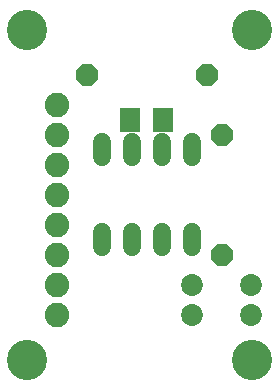
<source format=gbs>
G75*
%MOIN*%
%OFA0B0*%
%FSLAX24Y24*%
%IPPOS*%
%LPD*%
%AMOC8*
5,1,8,0,0,1.08239X$1,22.5*
%
%ADD10C,0.1340*%
%ADD11C,0.0600*%
%ADD12OC8,0.0740*%
%ADD13C,0.0730*%
%ADD14C,0.0820*%
%ADD15R,0.0710X0.0789*%
D10*
X001350Y001350D03*
X008850Y001350D03*
X008850Y012350D03*
X001350Y012350D03*
D11*
X003850Y008610D02*
X003850Y008090D01*
X004850Y008090D02*
X004850Y008610D01*
X005850Y008610D02*
X005850Y008090D01*
X006850Y008090D02*
X006850Y008610D01*
X006850Y005610D02*
X006850Y005090D01*
X005850Y005090D02*
X005850Y005610D01*
X004850Y005610D02*
X004850Y005090D01*
X003850Y005090D02*
X003850Y005610D01*
D12*
X007850Y004850D03*
X007850Y008850D03*
X007350Y010850D03*
X003350Y010850D03*
D13*
X006866Y003850D03*
X006866Y002850D03*
X008834Y002850D03*
X008834Y003850D03*
D14*
X002350Y003850D03*
X002350Y004850D03*
X002350Y005850D03*
X002350Y006850D03*
X002350Y007850D03*
X002350Y008850D03*
X002350Y009850D03*
X002350Y002850D03*
D15*
X004799Y009350D03*
X005901Y009350D03*
M02*

</source>
